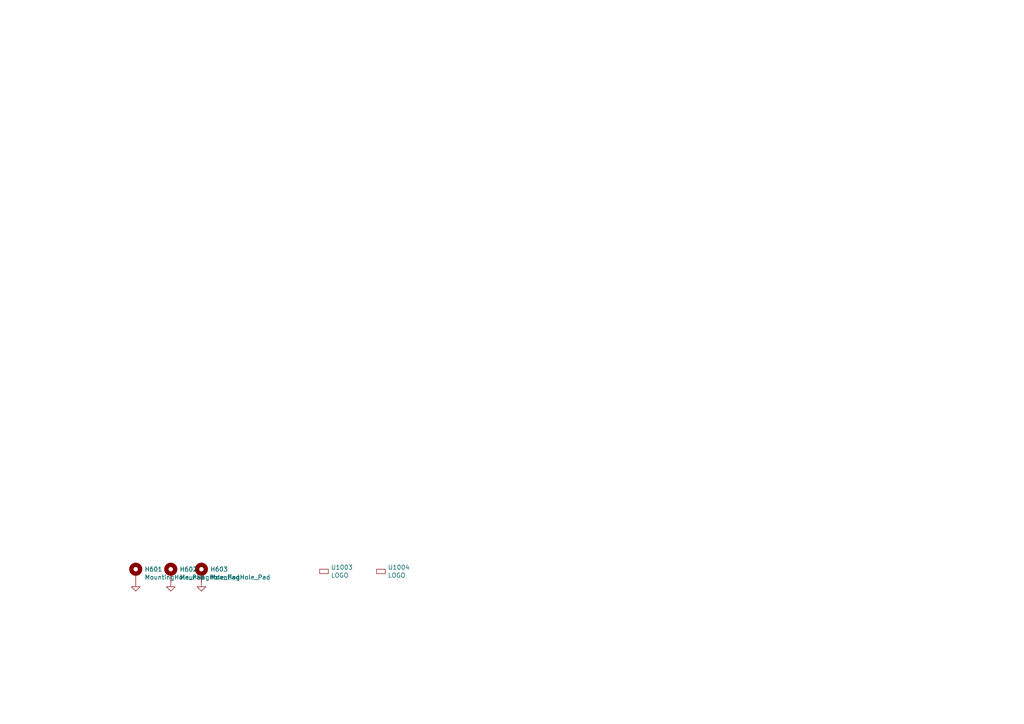
<source format=kicad_sch>
(kicad_sch (version 20211123) (generator eeschema)
  (paper "A4")
  (lib_symbols
    (symbol "Anyma_Library:LOGO" (pin_names (offset 1.016))
      (property "Reference" "U" (at 0 3.81 0))
      (property "Value" "LOGO" (at 0 0 0))
      (symbol "LOGO_0_1"
        (rectangle (start -1.27 2.54) (end 1.27 1.27))
      )
    )
    (symbol "Mechanical:MountingHole_Pad" (pin_numbers hide) (pin_names (offset 1.016) hide)
      (property "Reference" "H" (at 0 6.35 0))
      (property "Value" "MountingHole_Pad" (at 0 4.445 0))
      (symbol "MountingHole_Pad_0_1"
        (circle (center 0 1.27) (radius 1.27) (stroke (width 1.27)))
      )
      (symbol "MountingHole_Pad_1_1"
        (pin input line (at 0 -2.54 90) (length 2.54) (name "1") (number "1"))
      )
    )
    (symbol "synkie_symbols:GND" (power) (pin_names (offset 0))
      (property "Value" "GND" (at 0 -3.81 0))
      (symbol "GND_0_1"
        (polyline (pts (xy 0 0) (xy 0 -1.27) (xy 1.27 -1.27) (xy 0 -2.54) (xy -1.27 -1.27) (xy 0 -1.27)))
      )
      (symbol "GND_1_1"
        (pin power_in line (at 0 0 270) (length 0) hide (name "GND") (number "1"))
      )
    )
  )
  (symbol (lib_id "Mechanical:MountingHole_Pad") (at 39.37 166.37 0) (unit 1)
    (property "Reference" "H601" (at 41.91 165.1254 0) (effects (justify left)))
    (property "Value" "MountingHole_Pad" (at 41.91 167.4368 0) (effects (justify left)))
    (property "Footprint" "MountingHole:MountingHole_3.2mm_M3_ISO7380_Pad" (effects hide))
  )
  (symbol (lib_id "Mechanical:MountingHole_Pad") (at 49.53 166.37 0) (unit 1)
    (property "Reference" "H602" (at 52.07 165.1254 0) (effects (justify left)))
    (property "Value" "MountingHole_Pad" (at 52.07 167.4368 0) (effects (justify left)))
    (property "Footprint" "MountingHole:MountingHole_3.2mm_M3_ISO7380_Pad" (effects hide))
  )
  (symbol (lib_id "Mechanical:MountingHole_Pad") (at 58.42 166.37 0) (unit 1)
    (property "Reference" "H603" (at 60.96 165.1254 0) (effects (justify left)))
    (property "Value" "MountingHole_Pad" (at 60.96 167.4368 0) (effects (justify left)))
    (property "Footprint" "MountingHole:MountingHole_3.2mm_M3_ISO7380_Pad" (effects hide))
  )
  (symbol (lib_id "synkie_symbols:GND") (at 39.37 168.91 0) (unit 1)
    (property "Reference" "#PWR0145" (effects hide))
    (property "Value" "GND" (effects hide))
  )
  (symbol (lib_id "synkie_symbols:GND") (at 49.53 168.91 0) (unit 1)
    (property "Reference" "#PWR0146" (effects hide))
    (property "Value" "GND" (effects hide))
  )
  (symbol (lib_id "synkie_symbols:GND") (at 58.42 168.91 0) (unit 1)
    (property "Reference" "#PWR0147" (effects hide))
    (property "Value" "GND" (effects hide))
  )
  (symbol (lib_id "Anyma_Library:LOGO") (at 93.98 167.64 0) (unit 1)
    (property "Reference" "U1003" (at 95.9612 164.5666 0) (effects (justify left)))
    (property "Value" "LOGO" (at 95.9612 166.878 0) (effects (justify left)))
    (property "Footprint" "anyma_footprints:logo_anyma" (effects hide))
  )
  (symbol (lib_id "Anyma_Library:LOGO") (at 110.49 167.64 0) (unit 1)
    (property "Reference" "U1004" (at 112.4712 164.5666 0) (effects (justify left)))
    (property "Value" "LOGO" (at 112.4712 166.878 0) (effects (justify left)))
    (property "Footprint" "Symbol:OSHW-Logo2_7.3x6mm_SilkScreen" (effects hide))
  )
)
</source>
